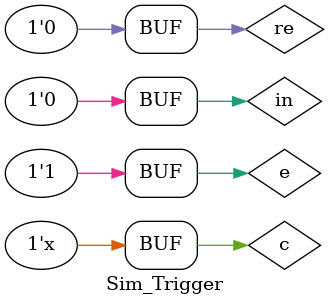
<source format=v>
`timescale 1ns / 1ps


module Sim_Trigger(
    );
    reg c,re,in,e;
    wire out;
    Trigger trigg(
        .en(e),
        .clk(c),
        .reset(re),
        .d_in(in),
        .d_out(out)
    );
    initial begin
        e<=0;
        c<=0;
        in<=0;        
        re<=0;
        #10
        in<=1;
        #20
        in<=0;
        #10
        e<=1;
        #20
        in<=1;
        #30
        in<=0;
        #50
        re<=1;
        #20
        re<=0;      
    end
    always begin
        #10
        c<=~c;
    end
endmodule

</source>
